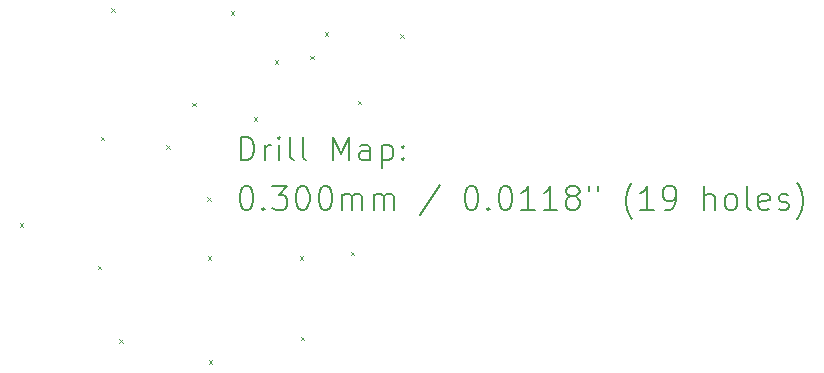
<source format=gbr>
%TF.GenerationSoftware,KiCad,Pcbnew,(6.0.7)*%
%TF.CreationDate,2022-12-29T13:17:40+01:00*%
%TF.ProjectId,badge,62616467-652e-46b6-9963-61645f706362,rev?*%
%TF.SameCoordinates,Original*%
%TF.FileFunction,Drillmap*%
%TF.FilePolarity,Positive*%
%FSLAX45Y45*%
G04 Gerber Fmt 4.5, Leading zero omitted, Abs format (unit mm)*
G04 Created by KiCad (PCBNEW (6.0.7)) date 2022-12-29 13:17:40*
%MOMM*%
%LPD*%
G01*
G04 APERTURE LIST*
%ADD10C,0.200000*%
%ADD11C,0.030000*%
G04 APERTURE END LIST*
D10*
D11*
X-1615000Y-845000D02*
X-1585000Y-875000D01*
X-1585000Y-845000D02*
X-1615000Y-875000D01*
X-955000Y-1205000D02*
X-925000Y-1235000D01*
X-925000Y-1205000D02*
X-955000Y-1235000D01*
X-928452Y-111548D02*
X-898452Y-141548D01*
X-898452Y-111548D02*
X-928452Y-141548D01*
X-840000Y975000D02*
X-810000Y945000D01*
X-810000Y975000D02*
X-840000Y945000D01*
X-775000Y-1825000D02*
X-745000Y-1855000D01*
X-745000Y-1825000D02*
X-775000Y-1855000D01*
X-375000Y-185000D02*
X-345000Y-215000D01*
X-345000Y-185000D02*
X-375000Y-215000D01*
X-155000Y175000D02*
X-125000Y145000D01*
X-125000Y175000D02*
X-155000Y145000D01*
X-25000Y-1125000D02*
X5000Y-1155000D01*
X5000Y-1125000D02*
X-25000Y-1155000D01*
X-14998Y-2004862D02*
X15002Y-2034862D01*
X15002Y-2004862D02*
X-14998Y-2034862D01*
X170000Y950000D02*
X200000Y920000D01*
X200000Y950000D02*
X170000Y920000D01*
X365000Y55000D02*
X395000Y25000D01*
X395000Y55000D02*
X365000Y25000D01*
X545000Y535000D02*
X575000Y505000D01*
X575000Y535000D02*
X545000Y505000D01*
X755000Y-1125000D02*
X785000Y-1155000D01*
X785000Y-1125000D02*
X755000Y-1155000D01*
X765000Y-1805000D02*
X795000Y-1835000D01*
X795000Y-1805000D02*
X765000Y-1835000D01*
X845000Y575000D02*
X875000Y545000D01*
X875000Y575000D02*
X845000Y545000D01*
X965000Y775000D02*
X995000Y745000D01*
X995000Y775000D02*
X965000Y745000D01*
X1185000Y-1085000D02*
X1215000Y-1115000D01*
X1215000Y-1085000D02*
X1185000Y-1115000D01*
X1245000Y195000D02*
X1275000Y165000D01*
X1275000Y195000D02*
X1245000Y165000D01*
X1605000Y755000D02*
X1635000Y725000D01*
X1635000Y755000D02*
X1605000Y725000D01*
D10*
X257619Y-310476D02*
X257619Y-110476D01*
X305238Y-110476D01*
X333810Y-120000D01*
X352857Y-139048D01*
X362381Y-158095D01*
X371905Y-196190D01*
X371905Y-224762D01*
X362381Y-262857D01*
X352857Y-281905D01*
X333810Y-300952D01*
X305238Y-310476D01*
X257619Y-310476D01*
X457619Y-310476D02*
X457619Y-177143D01*
X457619Y-215238D02*
X467143Y-196190D01*
X476667Y-186667D01*
X495714Y-177143D01*
X514762Y-177143D01*
X581429Y-310476D02*
X581429Y-177143D01*
X581429Y-110476D02*
X571905Y-120000D01*
X581429Y-129524D01*
X590952Y-120000D01*
X581429Y-110476D01*
X581429Y-129524D01*
X705238Y-310476D02*
X686190Y-300952D01*
X676667Y-281905D01*
X676667Y-110476D01*
X810000Y-310476D02*
X790952Y-300952D01*
X781428Y-281905D01*
X781428Y-110476D01*
X1038571Y-310476D02*
X1038571Y-110476D01*
X1105238Y-253333D01*
X1171905Y-110476D01*
X1171905Y-310476D01*
X1352857Y-310476D02*
X1352857Y-205714D01*
X1343333Y-186667D01*
X1324286Y-177143D01*
X1286190Y-177143D01*
X1267143Y-186667D01*
X1352857Y-300952D02*
X1333810Y-310476D01*
X1286190Y-310476D01*
X1267143Y-300952D01*
X1257619Y-281905D01*
X1257619Y-262857D01*
X1267143Y-243809D01*
X1286190Y-234286D01*
X1333810Y-234286D01*
X1352857Y-224762D01*
X1448095Y-177143D02*
X1448095Y-377143D01*
X1448095Y-186667D02*
X1467143Y-177143D01*
X1505238Y-177143D01*
X1524286Y-186667D01*
X1533809Y-196190D01*
X1543333Y-215238D01*
X1543333Y-272381D01*
X1533809Y-291429D01*
X1524286Y-300952D01*
X1505238Y-310476D01*
X1467143Y-310476D01*
X1448095Y-300952D01*
X1629048Y-291429D02*
X1638571Y-300952D01*
X1629048Y-310476D01*
X1619524Y-300952D01*
X1629048Y-291429D01*
X1629048Y-310476D01*
X1629048Y-186667D02*
X1638571Y-196190D01*
X1629048Y-205714D01*
X1619524Y-196190D01*
X1629048Y-186667D01*
X1629048Y-205714D01*
D11*
X-30000Y-625000D02*
X0Y-655000D01*
X0Y-625000D02*
X-30000Y-655000D01*
D10*
X295714Y-530476D02*
X314762Y-530476D01*
X333810Y-540000D01*
X343333Y-549524D01*
X352857Y-568571D01*
X362381Y-606667D01*
X362381Y-654286D01*
X352857Y-692381D01*
X343333Y-711428D01*
X333810Y-720952D01*
X314762Y-730476D01*
X295714Y-730476D01*
X276667Y-720952D01*
X267143Y-711428D01*
X257619Y-692381D01*
X248095Y-654286D01*
X248095Y-606667D01*
X257619Y-568571D01*
X267143Y-549524D01*
X276667Y-540000D01*
X295714Y-530476D01*
X448095Y-711428D02*
X457619Y-720952D01*
X448095Y-730476D01*
X438571Y-720952D01*
X448095Y-711428D01*
X448095Y-730476D01*
X524286Y-530476D02*
X648095Y-530476D01*
X581429Y-606667D01*
X610000Y-606667D01*
X629048Y-616190D01*
X638571Y-625714D01*
X648095Y-644762D01*
X648095Y-692381D01*
X638571Y-711428D01*
X629048Y-720952D01*
X610000Y-730476D01*
X552857Y-730476D01*
X533810Y-720952D01*
X524286Y-711428D01*
X771905Y-530476D02*
X790952Y-530476D01*
X810000Y-540000D01*
X819524Y-549524D01*
X829048Y-568571D01*
X838571Y-606667D01*
X838571Y-654286D01*
X829048Y-692381D01*
X819524Y-711428D01*
X810000Y-720952D01*
X790952Y-730476D01*
X771905Y-730476D01*
X752857Y-720952D01*
X743333Y-711428D01*
X733809Y-692381D01*
X724286Y-654286D01*
X724286Y-606667D01*
X733809Y-568571D01*
X743333Y-549524D01*
X752857Y-540000D01*
X771905Y-530476D01*
X962381Y-530476D02*
X981428Y-530476D01*
X1000476Y-540000D01*
X1010000Y-549524D01*
X1019524Y-568571D01*
X1029048Y-606667D01*
X1029048Y-654286D01*
X1019524Y-692381D01*
X1010000Y-711428D01*
X1000476Y-720952D01*
X981428Y-730476D01*
X962381Y-730476D01*
X943333Y-720952D01*
X933809Y-711428D01*
X924286Y-692381D01*
X914762Y-654286D01*
X914762Y-606667D01*
X924286Y-568571D01*
X933809Y-549524D01*
X943333Y-540000D01*
X962381Y-530476D01*
X1114762Y-730476D02*
X1114762Y-597143D01*
X1114762Y-616190D02*
X1124286Y-606667D01*
X1143333Y-597143D01*
X1171905Y-597143D01*
X1190952Y-606667D01*
X1200476Y-625714D01*
X1200476Y-730476D01*
X1200476Y-625714D02*
X1210000Y-606667D01*
X1229048Y-597143D01*
X1257619Y-597143D01*
X1276667Y-606667D01*
X1286190Y-625714D01*
X1286190Y-730476D01*
X1381429Y-730476D02*
X1381429Y-597143D01*
X1381429Y-616190D02*
X1390952Y-606667D01*
X1410000Y-597143D01*
X1438571Y-597143D01*
X1457619Y-606667D01*
X1467143Y-625714D01*
X1467143Y-730476D01*
X1467143Y-625714D02*
X1476667Y-606667D01*
X1495714Y-597143D01*
X1524286Y-597143D01*
X1543333Y-606667D01*
X1552857Y-625714D01*
X1552857Y-730476D01*
X1943333Y-520952D02*
X1771905Y-778095D01*
X2200476Y-530476D02*
X2219524Y-530476D01*
X2238571Y-540000D01*
X2248095Y-549524D01*
X2257619Y-568571D01*
X2267143Y-606667D01*
X2267143Y-654286D01*
X2257619Y-692381D01*
X2248095Y-711428D01*
X2238571Y-720952D01*
X2219524Y-730476D01*
X2200476Y-730476D01*
X2181429Y-720952D01*
X2171905Y-711428D01*
X2162381Y-692381D01*
X2152857Y-654286D01*
X2152857Y-606667D01*
X2162381Y-568571D01*
X2171905Y-549524D01*
X2181429Y-540000D01*
X2200476Y-530476D01*
X2352857Y-711428D02*
X2362381Y-720952D01*
X2352857Y-730476D01*
X2343333Y-720952D01*
X2352857Y-711428D01*
X2352857Y-730476D01*
X2486190Y-530476D02*
X2505238Y-530476D01*
X2524286Y-540000D01*
X2533810Y-549524D01*
X2543333Y-568571D01*
X2552857Y-606667D01*
X2552857Y-654286D01*
X2543333Y-692381D01*
X2533810Y-711428D01*
X2524286Y-720952D01*
X2505238Y-730476D01*
X2486190Y-730476D01*
X2467143Y-720952D01*
X2457619Y-711428D01*
X2448095Y-692381D01*
X2438571Y-654286D01*
X2438571Y-606667D01*
X2448095Y-568571D01*
X2457619Y-549524D01*
X2467143Y-540000D01*
X2486190Y-530476D01*
X2743333Y-730476D02*
X2629048Y-730476D01*
X2686190Y-730476D02*
X2686190Y-530476D01*
X2667143Y-559048D01*
X2648095Y-578095D01*
X2629048Y-587619D01*
X2933809Y-730476D02*
X2819524Y-730476D01*
X2876667Y-730476D02*
X2876667Y-530476D01*
X2857619Y-559048D01*
X2838571Y-578095D01*
X2819524Y-587619D01*
X3048095Y-616190D02*
X3029048Y-606667D01*
X3019524Y-597143D01*
X3010000Y-578095D01*
X3010000Y-568571D01*
X3019524Y-549524D01*
X3029048Y-540000D01*
X3048095Y-530476D01*
X3086190Y-530476D01*
X3105238Y-540000D01*
X3114762Y-549524D01*
X3124286Y-568571D01*
X3124286Y-578095D01*
X3114762Y-597143D01*
X3105238Y-606667D01*
X3086190Y-616190D01*
X3048095Y-616190D01*
X3029048Y-625714D01*
X3019524Y-635238D01*
X3010000Y-654286D01*
X3010000Y-692381D01*
X3019524Y-711428D01*
X3029048Y-720952D01*
X3048095Y-730476D01*
X3086190Y-730476D01*
X3105238Y-720952D01*
X3114762Y-711428D01*
X3124286Y-692381D01*
X3124286Y-654286D01*
X3114762Y-635238D01*
X3105238Y-625714D01*
X3086190Y-616190D01*
X3200476Y-530476D02*
X3200476Y-568571D01*
X3276667Y-530476D02*
X3276667Y-568571D01*
X3571905Y-806667D02*
X3562381Y-797143D01*
X3543333Y-768571D01*
X3533809Y-749524D01*
X3524286Y-720952D01*
X3514762Y-673333D01*
X3514762Y-635238D01*
X3524286Y-587619D01*
X3533809Y-559048D01*
X3543333Y-540000D01*
X3562381Y-511428D01*
X3571905Y-501905D01*
X3752857Y-730476D02*
X3638571Y-730476D01*
X3695714Y-730476D02*
X3695714Y-530476D01*
X3676667Y-559048D01*
X3657619Y-578095D01*
X3638571Y-587619D01*
X3848095Y-730476D02*
X3886190Y-730476D01*
X3905238Y-720952D01*
X3914762Y-711428D01*
X3933809Y-682857D01*
X3943333Y-644762D01*
X3943333Y-568571D01*
X3933809Y-549524D01*
X3924286Y-540000D01*
X3905238Y-530476D01*
X3867143Y-530476D01*
X3848095Y-540000D01*
X3838571Y-549524D01*
X3829048Y-568571D01*
X3829048Y-616190D01*
X3838571Y-635238D01*
X3848095Y-644762D01*
X3867143Y-654286D01*
X3905238Y-654286D01*
X3924286Y-644762D01*
X3933809Y-635238D01*
X3943333Y-616190D01*
X4181428Y-730476D02*
X4181428Y-530476D01*
X4267143Y-730476D02*
X4267143Y-625714D01*
X4257619Y-606667D01*
X4238571Y-597143D01*
X4210000Y-597143D01*
X4190952Y-606667D01*
X4181428Y-616190D01*
X4390952Y-730476D02*
X4371905Y-720952D01*
X4362381Y-711428D01*
X4352857Y-692381D01*
X4352857Y-635238D01*
X4362381Y-616190D01*
X4371905Y-606667D01*
X4390952Y-597143D01*
X4419524Y-597143D01*
X4438571Y-606667D01*
X4448095Y-616190D01*
X4457619Y-635238D01*
X4457619Y-692381D01*
X4448095Y-711428D01*
X4438571Y-720952D01*
X4419524Y-730476D01*
X4390952Y-730476D01*
X4571905Y-730476D02*
X4552857Y-720952D01*
X4543333Y-701905D01*
X4543333Y-530476D01*
X4724286Y-720952D02*
X4705238Y-730476D01*
X4667143Y-730476D01*
X4648095Y-720952D01*
X4638571Y-701905D01*
X4638571Y-625714D01*
X4648095Y-606667D01*
X4667143Y-597143D01*
X4705238Y-597143D01*
X4724286Y-606667D01*
X4733810Y-625714D01*
X4733810Y-644762D01*
X4638571Y-663810D01*
X4810000Y-720952D02*
X4829048Y-730476D01*
X4867143Y-730476D01*
X4886190Y-720952D01*
X4895714Y-701905D01*
X4895714Y-692381D01*
X4886190Y-673333D01*
X4867143Y-663810D01*
X4838571Y-663810D01*
X4819524Y-654286D01*
X4810000Y-635238D01*
X4810000Y-625714D01*
X4819524Y-606667D01*
X4838571Y-597143D01*
X4867143Y-597143D01*
X4886190Y-606667D01*
X4962381Y-806667D02*
X4971905Y-797143D01*
X4990952Y-768571D01*
X5000476Y-749524D01*
X5010000Y-720952D01*
X5019524Y-673333D01*
X5019524Y-635238D01*
X5010000Y-587619D01*
X5000476Y-559048D01*
X4990952Y-540000D01*
X4971905Y-511428D01*
X4962381Y-501905D01*
M02*

</source>
